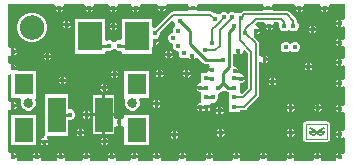
<source format=gtl>
G04*
G04 #@! TF.GenerationSoftware,Altium Limited,Altium Designer,22.3.1 (43)*
G04*
G04 Layer_Physical_Order=1*
G04 Layer_Color=255*
%FSLAX44Y44*%
%MOMM*%
G71*
G04*
G04 #@! TF.SameCoordinates,9A4E0D1D-998E-4EB0-AC3D-6FCEA9C2E133*
G04*
G04*
G04 #@! TF.FilePolarity,Positive*
G04*
G01*
G75*
%ADD10C,0.2500*%
%ADD11C,0.1500*%
%ADD12C,0.1000*%
%ADD13R,2.0000X2.4000*%
%ADD14R,1.5000X3.0000*%
%ADD15R,1.6500X2.0000*%
%ADD16R,1.6500X1.8000*%
%ADD17R,0.4000X0.4000*%
%ADD25C,0.2540*%
%ADD26C,0.0100*%
%ADD27C,0.7500*%
%ADD28C,2.0000*%
%ADD29C,0.4000*%
G36*
X285050Y120238D02*
X283050Y119410D01*
X282653Y119807D01*
X281940Y120102D01*
Y116840D01*
Y113578D01*
X282653Y113873D01*
X283050Y114270D01*
X285050Y113442D01*
Y103728D01*
X283050Y102900D01*
X282653Y103297D01*
X281940Y103592D01*
Y100330D01*
Y97068D01*
X282653Y97363D01*
X283050Y97760D01*
X285050Y96932D01*
Y87218D01*
X283050Y86390D01*
X282653Y86787D01*
X281940Y87082D01*
Y83820D01*
Y80558D01*
X282653Y80853D01*
X283050Y81250D01*
X285050Y80422D01*
Y69438D01*
X283050Y68610D01*
X282653Y69007D01*
X281940Y69302D01*
Y66040D01*
Y62778D01*
X282653Y63073D01*
X283050Y63470D01*
X285050Y62642D01*
Y47848D01*
X283050Y47020D01*
X282653Y47417D01*
X281940Y47712D01*
Y44450D01*
Y41188D01*
X282653Y41483D01*
X283050Y41880D01*
X285050Y41052D01*
Y26258D01*
X283050Y25430D01*
X282653Y25827D01*
X281940Y26122D01*
Y22860D01*
Y19598D01*
X282653Y19893D01*
X283050Y20290D01*
X285050Y19462D01*
Y7208D01*
X283050Y6380D01*
X282653Y6777D01*
X281940Y7072D01*
Y3810D01*
X280670D01*
Y2540D01*
X277408D01*
X277631Y2000D01*
X277320Y1129D01*
X276702Y0D01*
X265588D01*
X264970Y1129D01*
X264659Y2000D01*
X264882Y2540D01*
X258358D01*
X258581Y2000D01*
X258270Y1129D01*
X257652Y0D01*
X242728D01*
X242110Y1129D01*
X241799Y2000D01*
X242022Y2540D01*
X235498D01*
X235721Y2000D01*
X235410Y1129D01*
X234792Y0D01*
X219868D01*
X219250Y1129D01*
X218939Y2000D01*
X219162Y2540D01*
X212638D01*
X212861Y2000D01*
X212550Y1129D01*
X211932Y0D01*
X197008D01*
X196390Y1129D01*
X196079Y2000D01*
X196302Y2540D01*
X189778D01*
X190001Y2000D01*
X189690Y1129D01*
X189072Y0D01*
X174148D01*
X173530Y1129D01*
X173219Y2000D01*
X173442Y2540D01*
X166918D01*
X167141Y2000D01*
X166830Y1129D01*
X166212Y0D01*
X151288D01*
X150670Y1129D01*
X150359Y2000D01*
X150582Y2540D01*
X144058D01*
X144281Y2000D01*
X143970Y1129D01*
X143352Y0D01*
X129698D01*
X129080Y1129D01*
X128769Y2000D01*
X128992Y2540D01*
X122468D01*
X122691Y2000D01*
X122380Y1129D01*
X121762Y0D01*
X110648D01*
X110030Y1129D01*
X109719Y2000D01*
X109942Y2540D01*
X103418D01*
X103641Y2000D01*
X103330Y1129D01*
X102712Y0D01*
X91598D01*
X90980Y1129D01*
X90669Y2000D01*
X90892Y2540D01*
X84368D01*
X84591Y2000D01*
X84280Y1129D01*
X83662Y0D01*
X70008D01*
X69390Y1129D01*
X69079Y2000D01*
X69302Y2540D01*
X62778D01*
X63001Y2000D01*
X62690Y1129D01*
X62072Y0D01*
X48418D01*
X47800Y1129D01*
X47489Y2000D01*
X47712Y2540D01*
X41188D01*
X41411Y2000D01*
X41100Y1129D01*
X40482Y0D01*
X28098D01*
X27480Y1129D01*
X27169Y2000D01*
X27392Y2540D01*
X20868D01*
X21091Y2000D01*
X20780Y1129D01*
X20162Y0D01*
X7778D01*
X7160Y1129D01*
X6849Y2000D01*
X7072Y2540D01*
X3810D01*
Y3810D01*
X2540D01*
Y7072D01*
X2000Y6849D01*
X1129Y7160D01*
X0Y7778D01*
Y43022D01*
X1129Y43640D01*
X2000Y43951D01*
X2540Y43728D01*
Y46990D01*
Y50252D01*
X2000Y50029D01*
X1129Y50340D01*
X0Y50958D01*
Y72692D01*
X2000Y73867D01*
X2084Y73820D01*
X2190Y73646D01*
Y53510D01*
X9682D01*
X10941Y51510D01*
X10440Y50301D01*
Y47799D01*
X11398Y45487D01*
X13167Y43718D01*
X15479Y42760D01*
X17981D01*
X20293Y43718D01*
X22062Y45487D01*
X23020Y47799D01*
Y50301D01*
X22519Y51510D01*
X23770Y53510D01*
X23770D01*
Y76590D01*
X8873D01*
X7927Y77470D01*
X3810D01*
Y78740D01*
X2540D01*
Y82002D01*
X2000Y81779D01*
X1129Y82090D01*
X0Y82708D01*
Y88742D01*
X1129Y89360D01*
X2000Y89671D01*
X2540Y89448D01*
Y92710D01*
Y95972D01*
X2000Y95749D01*
X1129Y96060D01*
X0Y96678D01*
Y133050D01*
X38912D01*
X39363Y132521D01*
X40017Y131050D01*
X39918Y130810D01*
X46442D01*
X46343Y131050D01*
X46997Y132521D01*
X47448Y133050D01*
X64312D01*
X64763Y132521D01*
X65417Y131050D01*
X65318Y130810D01*
X71842D01*
X71743Y131050D01*
X72397Y132521D01*
X72848Y133050D01*
X84632D01*
X85083Y132521D01*
X85737Y131050D01*
X85638Y130810D01*
X92162D01*
X92063Y131050D01*
X92717Y132521D01*
X93168Y133050D01*
X103682D01*
X104133Y132521D01*
X104787Y131050D01*
X104688Y130810D01*
X111212D01*
X111113Y131050D01*
X111767Y132521D01*
X112218Y133050D01*
X125475D01*
X125495Y133036D01*
X126519Y131270D01*
X133481D01*
X134505Y133036D01*
X134525Y133050D01*
X151942D01*
X152393Y132521D01*
X153047Y131050D01*
X152948Y130810D01*
X159472D01*
X159373Y131050D01*
X160027Y132521D01*
X160478Y133050D01*
X215442D01*
X215893Y132521D01*
X216547Y131050D01*
X216448Y130810D01*
X222972D01*
X222873Y131050D01*
X223527Y132521D01*
X223978Y133050D01*
X242112D01*
X242563Y132521D01*
X243217Y131050D01*
X243118Y130810D01*
X249642D01*
X249543Y131050D01*
X250197Y132521D01*
X250648Y133050D01*
X263702D01*
X264153Y132521D01*
X264807Y131050D01*
X264708Y130810D01*
X271232D01*
X271133Y131050D01*
X271787Y132521D01*
X272238Y133050D01*
X285050D01*
Y120238D01*
D02*
G37*
%LPC*%
G36*
X133262Y128730D02*
X131270D01*
Y126738D01*
X131983Y127033D01*
X132967Y128017D01*
X133262Y128730D01*
D02*
G37*
G36*
X128730D02*
X126738D01*
X127033Y128017D01*
X128017Y127033D01*
X128730Y126738D01*
Y128730D01*
D02*
G37*
G36*
X271232Y128270D02*
X269240D01*
Y126278D01*
X269953Y126573D01*
X270937Y127557D01*
X271232Y128270D01*
D02*
G37*
G36*
X266700D02*
X264708D01*
X265003Y127557D01*
X265987Y126573D01*
X266700Y126278D01*
Y128270D01*
D02*
G37*
G36*
X249642D02*
X247650D01*
Y126278D01*
X248363Y126573D01*
X249347Y127557D01*
X249642Y128270D01*
D02*
G37*
G36*
X245110D02*
X243118D01*
X243413Y127557D01*
X244397Y126573D01*
X245110Y126278D01*
Y128270D01*
D02*
G37*
G36*
X111212D02*
X109220D01*
Y126278D01*
X109933Y126573D01*
X110917Y127557D01*
X111212Y128270D01*
D02*
G37*
G36*
X106680D02*
X104688D01*
X104983Y127557D01*
X105967Y126573D01*
X106680Y126278D01*
Y128270D01*
D02*
G37*
G36*
X92162D02*
X90170D01*
Y126278D01*
X90883Y126573D01*
X91867Y127557D01*
X92162Y128270D01*
D02*
G37*
G36*
X87630D02*
X85638D01*
X85933Y127557D01*
X86917Y126573D01*
X87630Y126278D01*
Y128270D01*
D02*
G37*
G36*
X71842D02*
X69850D01*
Y126278D01*
X70563Y126573D01*
X71547Y127557D01*
X71842Y128270D01*
D02*
G37*
G36*
X67310D02*
X65318D01*
X65613Y127557D01*
X66597Y126573D01*
X67310Y126278D01*
Y128270D01*
D02*
G37*
G36*
X46442D02*
X44450D01*
Y126278D01*
X45163Y126573D01*
X46147Y127557D01*
X46442Y128270D01*
D02*
G37*
G36*
X41910D02*
X39918D01*
X40213Y127557D01*
X41197Y126573D01*
X41910Y126278D01*
Y128270D01*
D02*
G37*
G36*
X223759D02*
X215662D01*
X214700Y127264D01*
X199698D01*
X198625Y127050D01*
X197715Y126443D01*
X197029Y125756D01*
X195751D01*
X194699Y125320D01*
X194699Y125320D01*
X194082Y125065D01*
X191917Y125489D01*
X191883Y125523D01*
X190215Y126214D01*
X188409D01*
X186740Y125523D01*
X186052Y124835D01*
X185343Y125544D01*
X183675Y126235D01*
X181869D01*
X180200Y125544D01*
X179304Y124648D01*
X178923Y124267D01*
X178128Y124276D01*
X176808Y124388D01*
X175383Y124979D01*
X173905D01*
X173060Y125824D01*
X172151Y126431D01*
X171078Y126645D01*
X160878D01*
X159862Y128270D01*
X152558D01*
X151542Y126645D01*
X139446D01*
X138373Y126431D01*
X137464Y125824D01*
X124531Y112891D01*
X123053D01*
X121540Y113902D01*
Y120040D01*
X96460D01*
Y103384D01*
X94883Y102330D01*
X93077D01*
X91408Y101639D01*
X90819Y101049D01*
X89535Y100580D01*
X88251Y101049D01*
X87662Y101639D01*
X85993Y102330D01*
X84187D01*
X83540Y102062D01*
X81540Y103274D01*
Y120040D01*
X56460D01*
Y90960D01*
X81540D01*
Y92306D01*
X83540Y93518D01*
X84187Y93250D01*
X85993D01*
X87662Y93941D01*
X88251Y94531D01*
X89535Y95000D01*
X90819Y94531D01*
X91408Y93941D01*
X93077Y93250D01*
X94883D01*
X96460Y92196D01*
Y90960D01*
X121540D01*
Y96808D01*
X122613Y97774D01*
Y101790D01*
X123883D01*
Y103060D01*
X127146D01*
X126851Y103773D01*
X127530Y105504D01*
X127805Y105779D01*
X128496Y107448D01*
Y108926D01*
X138536Y118965D01*
X140536Y118137D01*
Y117393D01*
X140909Y116491D01*
X140938Y114339D01*
X139661Y113062D01*
X138970Y111393D01*
Y109587D01*
X139136Y109187D01*
X138797Y108680D01*
X137128Y107989D01*
X135851Y106712D01*
X135160Y105043D01*
Y103237D01*
X135851Y101568D01*
X137128Y100291D01*
X137547Y100118D01*
X138970Y98693D01*
Y96887D01*
X139661Y95218D01*
X140938Y93941D01*
X142312Y93372D01*
X144050Y92343D01*
X144050Y90537D01*
X144741Y88868D01*
X146018Y87591D01*
X147687Y86900D01*
X149493D01*
X151162Y87591D01*
X153298Y86898D01*
X153860Y86336D01*
X154573Y86040D01*
Y89303D01*
X157113D01*
Y86040D01*
X157825Y86336D01*
X158353Y86863D01*
X160355Y87189D01*
X160901Y87142D01*
X165090Y82953D01*
X166165Y82235D01*
X167433Y81983D01*
X169641D01*
X170283Y79983D01*
X169753Y79453D01*
X169458Y78740D01*
X172720D01*
Y76200D01*
X168968D01*
X167967Y74660D01*
X162830D01*
Y65730D01*
X161864D01*
X160577Y65197D01*
X159593Y64213D01*
X159298Y63500D01*
X162560D01*
Y60960D01*
X159298D01*
X159593Y60247D01*
X160577Y59263D01*
X161864Y58730D01*
X161864Y58730D01*
X162830Y58660D01*
X162830Y56882D01*
Y49580D01*
X161692Y49181D01*
X161563Y49096D01*
X160577Y48687D01*
X159593Y47703D01*
X159298Y46990D01*
X162560D01*
Y45720D01*
X163830D01*
Y42458D01*
X164222Y42620D01*
X166100D01*
Y46120D01*
X167370D01*
Y47390D01*
X170870D01*
Y48063D01*
X172071Y49569D01*
X173877D01*
X175545Y50261D01*
X176822Y51538D01*
X177514Y53206D01*
Y55012D01*
X177233Y55690D01*
X178427Y57690D01*
X178703D01*
X180372Y58381D01*
X181103Y59112D01*
X182595Y59570D01*
X183734Y59465D01*
X184341Y59059D01*
X185609Y58806D01*
X186830D01*
Y49580D01*
Y41580D01*
X195910D01*
Y43316D01*
X199790D01*
X200863Y43530D01*
X201773Y44137D01*
X211533Y53897D01*
X212140Y54807D01*
X212354Y55880D01*
Y83615D01*
X213656Y84152D01*
X214354Y84226D01*
X215187Y83393D01*
X215900Y83098D01*
Y86360D01*
Y89622D01*
X215187Y89327D01*
X214354Y88494D01*
X213656Y88568D01*
X212354Y89105D01*
Y99587D01*
X212140Y100660D01*
X211533Y101570D01*
X207870Y105233D01*
X208280Y105965D01*
Y110490D01*
X209550D01*
Y111760D01*
X212812D01*
X212517Y112473D01*
X211533Y113457D01*
X210246Y113990D01*
X209979D01*
X209151Y115990D01*
X211007Y117846D01*
X216748D01*
X217213Y117271D01*
X217832Y115846D01*
X217718Y115570D01*
X224242D01*
X224128Y115846D01*
X224747Y117271D01*
X225212Y117846D01*
X228193D01*
X229406Y115846D01*
X229140Y115203D01*
Y113397D01*
X229831Y111728D01*
X231108Y110451D01*
X232777Y109760D01*
X234583D01*
X236252Y110451D01*
X237490Y111690D01*
X238728Y110451D01*
X240397Y109760D01*
X242203D01*
X243872Y110451D01*
X245149Y111728D01*
X245840Y113397D01*
Y115203D01*
X245149Y116872D01*
X244104Y117917D01*
Y118896D01*
X243890Y119969D01*
X243283Y120879D01*
X237719Y126443D01*
X236809Y127050D01*
X235736Y127264D01*
X224720D01*
X223759Y128270D01*
D02*
G37*
G36*
X279400Y120102D02*
X278687Y119807D01*
X277703Y118823D01*
X277408Y118110D01*
X279400D01*
Y120102D01*
D02*
G37*
G36*
X50800Y118832D02*
Y116840D01*
X52792D01*
X52497Y117553D01*
X51513Y118537D01*
X50800Y118832D01*
D02*
G37*
G36*
X48260D02*
X47547Y118537D01*
X46563Y117553D01*
X46268Y116840D01*
X48260D01*
Y118832D01*
D02*
G37*
G36*
X90170Y117562D02*
Y115570D01*
X92162D01*
X91867Y116283D01*
X90883Y117267D01*
X90170Y117562D01*
D02*
G37*
G36*
X87630D02*
X86917Y117267D01*
X85933Y116283D01*
X85638Y115570D01*
X87630D01*
Y117562D01*
D02*
G37*
G36*
X279400Y115570D02*
X277408D01*
X277703Y114857D01*
X278687Y113873D01*
X279400Y113578D01*
Y115570D01*
D02*
G37*
G36*
X259080Y115022D02*
Y113030D01*
X261072D01*
X260777Y113743D01*
X259793Y114727D01*
X259080Y115022D01*
D02*
G37*
G36*
X256540D02*
X255827Y114727D01*
X254843Y113743D01*
X254548Y113030D01*
X256540D01*
Y115022D01*
D02*
G37*
G36*
X52792Y114300D02*
X50800D01*
Y112308D01*
X51513Y112603D01*
X52497Y113587D01*
X52792Y114300D01*
D02*
G37*
G36*
X48260D02*
X46268D01*
X46563Y113587D01*
X47547Y112603D01*
X48260Y112308D01*
Y114300D01*
D02*
G37*
G36*
X224242Y113030D02*
X222250D01*
Y111038D01*
X222963Y111333D01*
X223947Y112317D01*
X224242Y113030D01*
D02*
G37*
G36*
X219710D02*
X217718D01*
X218013Y112317D01*
X218997Y111333D01*
X219710Y111038D01*
Y113030D01*
D02*
G37*
G36*
X92162D02*
X90170D01*
Y111038D01*
X90883Y111333D01*
X91867Y112317D01*
X92162Y113030D01*
D02*
G37*
G36*
X87630D02*
X85638D01*
X85933Y112317D01*
X86917Y111333D01*
X87630Y111038D01*
Y113030D01*
D02*
G37*
G36*
X261072Y110490D02*
X259080D01*
Y108498D01*
X259793Y108793D01*
X260777Y109777D01*
X261072Y110490D01*
D02*
G37*
G36*
X256540D02*
X254548D01*
X254843Y109777D01*
X255827Y108793D01*
X256540Y108498D01*
Y110490D01*
D02*
G37*
G36*
X212812Y109220D02*
X210820D01*
Y107228D01*
X211533Y107523D01*
X212517Y108507D01*
X212812Y109220D01*
D02*
G37*
G36*
X279400Y103592D02*
X278687Y103297D01*
X277703Y102313D01*
X277408Y101600D01*
X279400D01*
Y103592D01*
D02*
G37*
G36*
X21701Y125590D02*
X18399D01*
X15210Y124735D01*
X12350Y123084D01*
X10015Y120750D01*
X8365Y117890D01*
X7510Y114701D01*
Y111399D01*
X8365Y108210D01*
X10015Y105350D01*
X12350Y103015D01*
X15210Y101365D01*
X18399Y100510D01*
X21701D01*
X24890Y101365D01*
X27750Y103015D01*
X30085Y105350D01*
X31735Y108210D01*
X32590Y111399D01*
Y114701D01*
X31735Y117890D01*
X30085Y120750D01*
X27750Y123084D01*
X24890Y124735D01*
X21701Y125590D01*
D02*
G37*
G36*
X243473Y101060D02*
X241667D01*
X239998Y100369D01*
X238760Y99130D01*
X237522Y100369D01*
X235853Y101060D01*
X234047D01*
X232378Y100369D01*
X231101Y99092D01*
X230410Y97423D01*
Y95617D01*
X231101Y93948D01*
X232378Y92671D01*
X234047Y91980D01*
X235853D01*
X237522Y92671D01*
X238760Y93910D01*
X239998Y92671D01*
X241667Y91980D01*
X243473D01*
X245142Y92671D01*
X246419Y93948D01*
X247110Y95617D01*
Y97423D01*
X246419Y99092D01*
X245142Y100369D01*
X243473Y101060D01*
D02*
G37*
G36*
X127146Y100520D02*
X125153D01*
Y98528D01*
X125866Y98823D01*
X126851Y99808D01*
X127146Y100520D01*
D02*
G37*
G36*
X279400Y99060D02*
X277408D01*
X277703Y98347D01*
X278687Y97363D01*
X279400Y97068D01*
Y99060D01*
D02*
G37*
G36*
X5080Y95972D02*
Y93980D01*
X7072D01*
X6777Y94693D01*
X5793Y95677D01*
X5080Y95972D01*
D02*
G37*
G36*
X137160Y93432D02*
Y91440D01*
X139152D01*
X138857Y92153D01*
X137873Y93137D01*
X137160Y93432D01*
D02*
G37*
G36*
X134620D02*
X133907Y93137D01*
X132923Y92153D01*
X132628Y91440D01*
X134620D01*
Y93432D01*
D02*
G37*
G36*
X34290Y92162D02*
Y90170D01*
X36282D01*
X35987Y90883D01*
X35003Y91867D01*
X34290Y92162D01*
D02*
G37*
G36*
X31750D02*
X31037Y91867D01*
X30053Y90883D01*
X29758Y90170D01*
X31750D01*
Y92162D01*
D02*
G37*
G36*
X7072Y91440D02*
X5080D01*
Y89448D01*
X5793Y89743D01*
X6777Y90727D01*
X7072Y91440D01*
D02*
G37*
G36*
X218440Y89622D02*
Y87630D01*
X220432D01*
X220137Y88343D01*
X219153Y89327D01*
X218440Y89622D01*
D02*
G37*
G36*
X139152Y88900D02*
X137160D01*
Y86908D01*
X137873Y87203D01*
X138857Y88187D01*
X139152Y88900D01*
D02*
G37*
G36*
X134620D02*
X132628D01*
X132923Y88187D01*
X133907Y87203D01*
X134620Y86908D01*
Y88900D01*
D02*
G37*
G36*
X36282Y87630D02*
X34290D01*
Y85638D01*
X35003Y85933D01*
X35987Y86917D01*
X36282Y87630D01*
D02*
G37*
G36*
X31750D02*
X29758D01*
X30053Y86917D01*
X31037Y85933D01*
X31750Y85638D01*
Y87630D01*
D02*
G37*
G36*
X279400Y87082D02*
X278687Y86787D01*
X277703Y85803D01*
X277408Y85090D01*
X279400D01*
Y87082D01*
D02*
G37*
G36*
X220432Y85090D02*
X218440D01*
Y83098D01*
X219153Y83393D01*
X220137Y84377D01*
X220432Y85090D01*
D02*
G37*
G36*
X255270Y83272D02*
Y81280D01*
X257262D01*
X256967Y81993D01*
X255983Y82977D01*
X255270Y83272D01*
D02*
G37*
G36*
X252730D02*
X252017Y82977D01*
X251033Y81993D01*
X250738Y81280D01*
X252730D01*
Y83272D01*
D02*
G37*
G36*
X279400Y82550D02*
X277408D01*
X277703Y81837D01*
X278687Y80853D01*
X279400Y80558D01*
Y82550D01*
D02*
G37*
G36*
X5080Y82002D02*
Y80010D01*
X7072D01*
X6777Y80723D01*
X5793Y81707D01*
X5080Y82002D01*
D02*
G37*
G36*
X257262Y78740D02*
X255270D01*
Y76748D01*
X255983Y77043D01*
X256967Y78027D01*
X257262Y78740D01*
D02*
G37*
G36*
X252730D02*
X250738D01*
X251033Y78027D01*
X252017Y77043D01*
X252730Y76748D01*
Y78740D01*
D02*
G37*
G36*
X129313Y77507D02*
Y75514D01*
X131305D01*
X131010Y76227D01*
X130025Y77211D01*
X129313Y77507D01*
D02*
G37*
G36*
X126773D02*
X126060Y77211D01*
X125076Y76227D01*
X124781Y75514D01*
X126773D01*
Y77507D01*
D02*
G37*
G36*
X152383Y77121D02*
Y75128D01*
X154375D01*
X154080Y75841D01*
X153096Y76825D01*
X152383Y77121D01*
D02*
G37*
G36*
X149843D02*
X149130Y76825D01*
X148146Y75841D01*
X147851Y75128D01*
X149843D01*
Y77121D01*
D02*
G37*
G36*
X91440Y76922D02*
Y74930D01*
X93432D01*
X93137Y75643D01*
X92153Y76627D01*
X91440Y76922D01*
D02*
G37*
G36*
X88900D02*
X88187Y76627D01*
X87203Y75643D01*
X86908Y74930D01*
X88900D01*
Y76922D01*
D02*
G37*
G36*
X131305Y72974D02*
X129313D01*
Y70982D01*
X130025Y71277D01*
X131010Y72262D01*
X131305Y72974D01*
D02*
G37*
G36*
X126773D02*
X124781D01*
X125076Y72262D01*
X126060Y71277D01*
X126773Y70982D01*
Y72974D01*
D02*
G37*
G36*
X154375Y72588D02*
X152383D01*
Y70596D01*
X153096Y70891D01*
X154080Y71876D01*
X154375Y72588D01*
D02*
G37*
G36*
X149843D02*
X147851D01*
X148146Y71876D01*
X149130Y70891D01*
X149843Y70596D01*
Y72588D01*
D02*
G37*
G36*
X93432Y72390D02*
X91440D01*
Y70398D01*
X92153Y70693D01*
X93137Y71677D01*
X93432Y72390D01*
D02*
G37*
G36*
X88900D02*
X86908D01*
X87203Y71677D01*
X88187Y70693D01*
X88900Y70398D01*
Y72390D01*
D02*
G37*
G36*
X46990Y71842D02*
Y69850D01*
X48982D01*
X48687Y70563D01*
X47703Y71547D01*
X46990Y71842D01*
D02*
G37*
G36*
X44450D02*
X43737Y71547D01*
X42753Y70563D01*
X42458Y69850D01*
X44450D01*
Y71842D01*
D02*
G37*
G36*
X224790Y70572D02*
Y68580D01*
X226782D01*
X226487Y69293D01*
X225503Y70277D01*
X224790Y70572D01*
D02*
G37*
G36*
X222250D02*
X221537Y70277D01*
X220553Y69293D01*
X220258Y68580D01*
X222250D01*
Y70572D01*
D02*
G37*
G36*
X279400Y69302D02*
X278687Y69007D01*
X277703Y68023D01*
X277408Y67310D01*
X279400D01*
Y69302D01*
D02*
G37*
G36*
X48982Y67310D02*
X46990D01*
Y65318D01*
X47703Y65613D01*
X48687Y66597D01*
X48982Y67310D01*
D02*
G37*
G36*
X44450D02*
X42458D01*
X42753Y66597D01*
X43737Y65613D01*
X44450Y65318D01*
Y67310D01*
D02*
G37*
G36*
X226782Y66040D02*
X224790D01*
Y64048D01*
X225503Y64343D01*
X226487Y65327D01*
X226782Y66040D01*
D02*
G37*
G36*
X222250D02*
X220258D01*
X220553Y65327D01*
X221537Y64343D01*
X222250Y64048D01*
Y66040D01*
D02*
G37*
G36*
X82224Y65190D02*
Y63197D01*
X84216D01*
X83921Y63910D01*
X82936Y64895D01*
X82224Y65190D01*
D02*
G37*
G36*
X79684D02*
X78971Y64895D01*
X77987Y63910D01*
X77691Y63197D01*
X79684D01*
Y65190D01*
D02*
G37*
G36*
X279400Y64770D02*
X277408D01*
X277703Y64057D01*
X278687Y63073D01*
X279400Y62778D01*
Y64770D01*
D02*
G37*
G36*
X84216Y60658D02*
X82224D01*
Y58665D01*
X82936Y58960D01*
X83921Y59945D01*
X84216Y60658D01*
D02*
G37*
G36*
X79684D02*
X77691D01*
X77987Y59945D01*
X78971Y58960D01*
X79684Y58665D01*
Y60658D01*
D02*
G37*
G36*
X119270Y76590D02*
X97690D01*
Y53510D01*
X97690D01*
X98941Y51510D01*
X98440Y50301D01*
Y47799D01*
X99398Y45487D01*
X101167Y43718D01*
X103479Y42760D01*
X105981D01*
X108293Y43718D01*
X110062Y45487D01*
X111020Y47799D01*
Y50301D01*
X110519Y51510D01*
X111778Y53510D01*
X119270D01*
Y76590D01*
D02*
G37*
G36*
X126673Y51812D02*
Y49820D01*
X128666D01*
X128370Y50532D01*
X127386Y51517D01*
X126673Y51812D01*
D02*
G37*
G36*
X124133D02*
X123421Y51517D01*
X122436Y50532D01*
X122141Y49820D01*
X124133D01*
Y51812D01*
D02*
G37*
G36*
X5080Y50252D02*
Y48260D01*
X7072D01*
X6777Y48973D01*
X5793Y49957D01*
X5080Y50252D01*
D02*
G37*
G36*
X263270Y48262D02*
Y46270D01*
X265262D01*
X264967Y46983D01*
X263983Y47967D01*
X263270Y48262D01*
D02*
G37*
G36*
X260730D02*
X260017Y47967D01*
X259033Y46983D01*
X258738Y46270D01*
X260730D01*
Y48262D01*
D02*
G37*
G36*
X240270D02*
Y46270D01*
X242262D01*
X241967Y46983D01*
X240983Y47967D01*
X240270Y48262D01*
D02*
G37*
G36*
X237730D02*
X237017Y47967D01*
X236033Y46983D01*
X235738Y46270D01*
X237730D01*
Y48262D01*
D02*
G37*
G36*
X279400Y47712D02*
X278687Y47417D01*
X277703Y46433D01*
X277408Y45720D01*
X279400D01*
Y47712D01*
D02*
G37*
G36*
X128666Y47280D02*
X126673D01*
Y45288D01*
X127386Y45583D01*
X128370Y46567D01*
X128666Y47280D01*
D02*
G37*
G36*
X124133D02*
X122141D01*
X122436Y46567D01*
X123421Y45583D01*
X124133Y45288D01*
Y47280D01*
D02*
G37*
G36*
X180173Y46107D02*
Y44115D01*
X182166D01*
X181870Y44827D01*
X180886Y45812D01*
X180173Y46107D01*
D02*
G37*
G36*
X177633D02*
X176921Y45812D01*
X175936Y44827D01*
X175641Y44115D01*
X177633D01*
Y46107D01*
D02*
G37*
G36*
X7072Y45720D02*
X5080D01*
Y43728D01*
X5793Y44023D01*
X6777Y45007D01*
X7072Y45720D01*
D02*
G37*
G36*
X170870Y44850D02*
X168640D01*
Y42620D01*
X170870D01*
Y44850D01*
D02*
G37*
G36*
X161290Y44450D02*
X159298D01*
X159593Y43737D01*
X160577Y42753D01*
X161290Y42458D01*
Y44450D01*
D02*
G37*
G36*
X265262Y43730D02*
X263270D01*
Y41738D01*
X263983Y42033D01*
X264967Y43017D01*
X265262Y43730D01*
D02*
G37*
G36*
X260730D02*
X258738D01*
X259033Y43017D01*
X260017Y42033D01*
X260730Y41738D01*
Y43730D01*
D02*
G37*
G36*
X242262D02*
X240270D01*
Y41738D01*
X240983Y42033D01*
X241967Y43017D01*
X242262Y43730D01*
D02*
G37*
G36*
X237730D02*
X235738D01*
X236033Y43017D01*
X237017Y42033D01*
X237730Y41738D01*
Y43730D01*
D02*
G37*
G36*
X279400Y43180D02*
X277408D01*
X277703Y42467D01*
X278687Y41483D01*
X279400Y41188D01*
Y43180D01*
D02*
G37*
G36*
X67434Y42450D02*
Y40457D01*
X69426D01*
X69131Y41170D01*
X68147Y42154D01*
X67434Y42450D01*
D02*
G37*
G36*
X64894D02*
X64182Y42154D01*
X63197Y41170D01*
X62902Y40457D01*
X64894D01*
Y42450D01*
D02*
G37*
G36*
X89730Y55550D02*
X82000D01*
Y40320D01*
X89730D01*
Y55550D01*
D02*
G37*
G36*
X79460D02*
X71730D01*
Y40320D01*
X79460D01*
Y55550D01*
D02*
G37*
G36*
X182166Y41575D02*
X180173D01*
Y39583D01*
X180886Y39878D01*
X181870Y40862D01*
X182166Y41575D01*
D02*
G37*
G36*
X177633D02*
X175641D01*
X175936Y40862D01*
X176921Y39878D01*
X177633Y39583D01*
Y41575D01*
D02*
G37*
G36*
X119270Y38590D02*
X97690D01*
Y36818D01*
X95745Y35935D01*
X95032Y36230D01*
Y32968D01*
Y29705D01*
X95745Y30000D01*
X97690Y29117D01*
Y13510D01*
X119270D01*
Y38590D01*
D02*
G37*
G36*
X69426Y37917D02*
X67434D01*
Y35925D01*
X68147Y36220D01*
X69131Y37205D01*
X69426Y37917D01*
D02*
G37*
G36*
X64894D02*
X62902D01*
X63197Y37205D01*
X64182Y36220D01*
X64894Y35925D01*
Y37917D01*
D02*
G37*
G36*
X89730Y37780D02*
X82000D01*
Y22550D01*
X89730D01*
Y29222D01*
X91730Y30050D01*
X91780Y30000D01*
X92492Y29705D01*
Y32968D01*
Y36230D01*
X91780Y35935D01*
X91730Y35885D01*
X89730Y36713D01*
Y37780D01*
D02*
G37*
G36*
X62230Y27392D02*
Y25400D01*
X64222D01*
X63927Y26113D01*
X62943Y27097D01*
X62230Y27392D01*
D02*
G37*
G36*
X59690D02*
X58977Y27097D01*
X57993Y26113D01*
X57698Y25400D01*
X59690D01*
Y27392D01*
D02*
G37*
G36*
X240270Y27262D02*
Y25270D01*
X242262D01*
X241967Y25983D01*
X240983Y26967D01*
X240270Y27262D01*
D02*
G37*
G36*
X237730D02*
X237017Y26967D01*
X236033Y25983D01*
X235738Y25270D01*
X237730D01*
Y27262D01*
D02*
G37*
G36*
X181060Y27180D02*
Y25188D01*
X183052D01*
X182757Y25900D01*
X181773Y26885D01*
X181060Y27180D01*
D02*
G37*
G36*
X178520D02*
X177807Y26885D01*
X176823Y25900D01*
X176528Y25188D01*
X178520D01*
Y27180D01*
D02*
G37*
G36*
X279400Y26122D02*
X278687Y25827D01*
X277703Y24843D01*
X277408Y24130D01*
X279400D01*
Y26122D01*
D02*
G37*
G36*
X141795Y25525D02*
Y23533D01*
X143787D01*
X143492Y24246D01*
X142508Y25230D01*
X141795Y25525D01*
D02*
G37*
G36*
X139255D02*
X138542Y25230D01*
X137558Y24246D01*
X137263Y23533D01*
X139255D01*
Y25525D01*
D02*
G37*
G36*
X79460Y37780D02*
X71730D01*
Y22550D01*
X79460D01*
Y37780D01*
D02*
G37*
G36*
X64222Y22860D02*
X62230D01*
Y20868D01*
X62943Y21163D01*
X63927Y22147D01*
X64222Y22860D01*
D02*
G37*
G36*
X59690D02*
X57698D01*
X57993Y22147D01*
X58977Y21163D01*
X59690Y20868D01*
Y22860D01*
D02*
G37*
G36*
X242262Y22730D02*
X240270D01*
Y20738D01*
X240983Y21033D01*
X241967Y22017D01*
X242262Y22730D01*
D02*
G37*
G36*
X237730D02*
X235738D01*
X236033Y22017D01*
X237017Y21033D01*
X237730Y20738D01*
Y22730D01*
D02*
G37*
G36*
X183052Y22648D02*
X181060D01*
Y20655D01*
X181773Y20951D01*
X182757Y21935D01*
X183052Y22648D01*
D02*
G37*
G36*
X178520D02*
X176528D01*
X176823Y21935D01*
X177807Y20951D01*
X178520Y20655D01*
Y22648D01*
D02*
G37*
G36*
X279400Y21590D02*
X277408D01*
X277703Y20877D01*
X278687Y19893D01*
X279400Y19598D01*
Y21590D01*
D02*
G37*
G36*
X143787Y20993D02*
X141795D01*
Y19001D01*
X142508Y19296D01*
X143492Y20280D01*
X143787Y20993D01*
D02*
G37*
G36*
X139255D02*
X137263D01*
X137558Y20280D01*
X138542Y19296D01*
X139255Y19001D01*
Y20993D01*
D02*
G37*
G36*
X82822Y20222D02*
Y18230D01*
X84815D01*
X84519Y18943D01*
X83535Y19927D01*
X82822Y20222D01*
D02*
G37*
G36*
X80282D02*
X79570Y19927D01*
X78585Y18943D01*
X78290Y18230D01*
X80282D01*
Y20222D01*
D02*
G37*
G36*
X50770Y56590D02*
X30690D01*
Y22010D01*
X30690Y21717D01*
X30179Y20755D01*
X29633Y19948D01*
X28497Y19477D01*
X27513Y18493D01*
X27218Y17780D01*
X33742D01*
X33447Y18493D01*
X32463Y19477D01*
X32383Y19510D01*
X32781Y21510D01*
X50770D01*
Y34565D01*
X51167Y34830D01*
X52973D01*
X54642Y35521D01*
X55919Y36798D01*
X56610Y38467D01*
Y40273D01*
X55919Y41942D01*
X54642Y43219D01*
X52973Y43910D01*
X51167D01*
X50770Y44175D01*
Y56590D01*
D02*
G37*
G36*
X270000Y33549D02*
X252000D01*
X251025Y33355D01*
X250198Y32802D01*
X249645Y31975D01*
X249451Y31000D01*
Y19000D01*
X249645Y18025D01*
X250198Y17198D01*
X251025Y16645D01*
X252000Y16451D01*
X270000D01*
X270975Y16645D01*
X271802Y17198D01*
X272355Y18025D01*
X272549Y19000D01*
Y31000D01*
X272355Y31975D01*
X271802Y32802D01*
X270975Y33355D01*
X270000Y33549D01*
D02*
G37*
G36*
X84815Y15690D02*
X82822D01*
Y13698D01*
X83535Y13993D01*
X84519Y14978D01*
X84815Y15690D01*
D02*
G37*
G36*
X80282D02*
X78290D01*
X78585Y14978D01*
X79570Y13993D01*
X80282Y13698D01*
Y15690D01*
D02*
G37*
G36*
X23770Y38590D02*
X2190D01*
Y13510D01*
X23770D01*
Y38590D01*
D02*
G37*
G36*
X33742Y15240D02*
X31750D01*
Y13248D01*
X32463Y13543D01*
X33447Y14527D01*
X33742Y15240D01*
D02*
G37*
G36*
X29210D02*
X27218D01*
X27513Y14527D01*
X28497Y13543D01*
X29210Y13248D01*
Y15240D01*
D02*
G37*
G36*
X279400Y7072D02*
X278687Y6777D01*
X277703Y5793D01*
X277408Y5080D01*
X279400D01*
Y7072D01*
D02*
G37*
G36*
X262890D02*
Y5080D01*
X264882D01*
X264587Y5793D01*
X263603Y6777D01*
X262890Y7072D01*
D02*
G37*
G36*
X260350D02*
X259637Y6777D01*
X258653Y5793D01*
X258358Y5080D01*
X260350D01*
Y7072D01*
D02*
G37*
G36*
X240030D02*
Y5080D01*
X242022D01*
X241727Y5793D01*
X240743Y6777D01*
X240030Y7072D01*
D02*
G37*
G36*
X237490D02*
X236777Y6777D01*
X235793Y5793D01*
X235498Y5080D01*
X237490D01*
Y7072D01*
D02*
G37*
G36*
X217170D02*
Y5080D01*
X219162D01*
X218867Y5793D01*
X217883Y6777D01*
X217170Y7072D01*
D02*
G37*
G36*
X214630D02*
X213917Y6777D01*
X212933Y5793D01*
X212638Y5080D01*
X214630D01*
Y7072D01*
D02*
G37*
G36*
X194310D02*
Y5080D01*
X196302D01*
X196007Y5793D01*
X195023Y6777D01*
X194310Y7072D01*
D02*
G37*
G36*
X191770D02*
X191057Y6777D01*
X190073Y5793D01*
X189778Y5080D01*
X191770D01*
Y7072D01*
D02*
G37*
G36*
X171450D02*
Y5080D01*
X173442D01*
X173147Y5793D01*
X172163Y6777D01*
X171450Y7072D01*
D02*
G37*
G36*
X168910D02*
X168197Y6777D01*
X167213Y5793D01*
X166918Y5080D01*
X168910D01*
Y7072D01*
D02*
G37*
G36*
X148590D02*
Y5080D01*
X150582D01*
X150287Y5793D01*
X149303Y6777D01*
X148590Y7072D01*
D02*
G37*
G36*
X146050D02*
X145337Y6777D01*
X144353Y5793D01*
X144058Y5080D01*
X146050D01*
Y7072D01*
D02*
G37*
G36*
X127000D02*
Y5080D01*
X128992D01*
X128697Y5793D01*
X127713Y6777D01*
X127000Y7072D01*
D02*
G37*
G36*
X124460D02*
X123747Y6777D01*
X122763Y5793D01*
X122468Y5080D01*
X124460D01*
Y7072D01*
D02*
G37*
G36*
X107950D02*
Y5080D01*
X109942D01*
X109647Y5793D01*
X108663Y6777D01*
X107950Y7072D01*
D02*
G37*
G36*
X105410D02*
X104697Y6777D01*
X103713Y5793D01*
X103418Y5080D01*
X105410D01*
Y7072D01*
D02*
G37*
G36*
X88900D02*
Y5080D01*
X90892D01*
X90597Y5793D01*
X89613Y6777D01*
X88900Y7072D01*
D02*
G37*
G36*
X86360D02*
X85647Y6777D01*
X84663Y5793D01*
X84368Y5080D01*
X86360D01*
Y7072D01*
D02*
G37*
G36*
X67310D02*
Y5080D01*
X69302D01*
X69007Y5793D01*
X68023Y6777D01*
X67310Y7072D01*
D02*
G37*
G36*
X64770D02*
X64057Y6777D01*
X63073Y5793D01*
X62778Y5080D01*
X64770D01*
Y7072D01*
D02*
G37*
G36*
X45720D02*
Y5080D01*
X47712D01*
X47417Y5793D01*
X46433Y6777D01*
X45720Y7072D01*
D02*
G37*
G36*
X43180D02*
X42467Y6777D01*
X41483Y5793D01*
X41188Y5080D01*
X43180D01*
Y7072D01*
D02*
G37*
G36*
X25400D02*
Y5080D01*
X27392D01*
X27097Y5793D01*
X26113Y6777D01*
X25400Y7072D01*
D02*
G37*
G36*
X22860D02*
X22147Y6777D01*
X21163Y5793D01*
X20868Y5080D01*
X22860D01*
Y7072D01*
D02*
G37*
G36*
X5080D02*
Y5080D01*
X7072D01*
X6777Y5793D01*
X5793Y6777D01*
X5080Y7072D01*
D02*
G37*
%LPD*%
G36*
X202936Y91549D02*
Y62121D01*
X197910Y57095D01*
X195910Y57338D01*
Y66187D01*
X196154Y66350D01*
X197546D01*
X198833Y66883D01*
X199817Y67867D01*
X200112Y68580D01*
X196850D01*
Y71120D01*
X200112D01*
X199817Y71833D01*
X198833Y72817D01*
X197546Y73350D01*
X197001D01*
X196580Y73434D01*
X196567D01*
X195575Y74930D01*
X191770D01*
Y77470D01*
X195032D01*
X194737Y78183D01*
X193753Y79167D01*
X192466Y79700D01*
X191949D01*
X190978Y79855D01*
X190004Y81421D01*
Y90398D01*
X190716Y90762D01*
X192004Y91011D01*
X192716Y90299D01*
X193428Y90003D01*
Y93266D01*
X195968D01*
Y90003D01*
X196681Y90299D01*
X197666Y91283D01*
X198198Y92570D01*
Y93458D01*
X199682Y94345D01*
X200046Y94439D01*
X202936Y91549D01*
D02*
G37*
D10*
X181440Y85963D02*
X181497Y85906D01*
X167433Y85296D02*
X180887D01*
X181497Y85906D01*
X153670Y99060D02*
X167433Y85296D01*
X162560Y45720D02*
X162960Y46120D01*
X167370D01*
X196580Y70120D02*
X196850Y69850D01*
X191370Y70120D02*
X196580D01*
X162560Y62230D02*
X162670Y62120D01*
X167370D01*
X181650Y66080D02*
X185609Y62120D01*
X191370D01*
X177800Y62230D02*
X181650Y66080D01*
Y74970D01*
X172450Y70120D02*
X172720Y69850D01*
X167370Y70120D02*
X172450D01*
X186690Y80010D02*
Y109600D01*
X181650Y74970D02*
X186690Y80010D01*
X153670Y99060D02*
Y109973D01*
X76710Y97790D02*
X85090D01*
X69000Y105500D02*
X76710Y97790D01*
X145076Y118296D02*
X145347D01*
X153670Y109973D01*
X190946Y113989D02*
Y114330D01*
Y113989D02*
X191013Y113922D01*
X186690Y109600D02*
X191013Y113922D01*
X172963Y54120D02*
X172973Y54109D01*
X167370Y54120D02*
X172963D01*
D11*
X264000Y22000D02*
G03*
X267000Y25000I0J3000D01*
G01*
X261000D02*
G03*
X264000Y22000I3000J-0D01*
G01*
X258000D02*
G03*
X261000Y25000I0J3000D01*
G01*
X255000D02*
G03*
X258000Y22000I3000J0D01*
G01*
X255000Y25000D02*
X267000D01*
X255000Y28000D02*
X261000Y25000D01*
X267000Y28000D01*
X171078Y123841D02*
X174480Y120439D01*
X123956Y108351D02*
X139446Y123841D01*
X171078D01*
X179070Y110761D02*
X189185Y120876D01*
X179070Y97790D02*
Y110761D01*
X188849Y121212D02*
X189185Y120876D01*
X188849Y121211D02*
X189312Y121674D01*
X197561Y121591D02*
Y122323D01*
X199698Y124460D02*
X235736D01*
X196920Y120950D02*
X197561Y121591D01*
X195696Y119725D02*
X196920Y120950D01*
X197561Y122323D02*
X199698Y124460D01*
X196654Y121216D02*
X196920Y120950D01*
X195696Y102754D02*
Y119725D01*
Y102754D02*
X205740Y92710D01*
X200620Y108517D02*
X209550Y99587D01*
X200620Y108517D02*
Y111425D01*
X209846Y120650D01*
X209550Y55880D02*
Y99587D01*
X209846Y120650D02*
X231140D01*
X175706Y114630D02*
X175759D01*
X178740Y117611D02*
Y117664D01*
X175759Y114630D02*
X178740Y117611D01*
Y117664D02*
X182772Y121695D01*
X172720Y100330D02*
Y111644D01*
X175706Y114630D01*
X191370Y46120D02*
X199790D01*
X209550Y55880D01*
X205740Y60960D02*
Y92710D01*
X235736Y124460D02*
X241300Y118896D01*
X198900Y54120D02*
X205740Y60960D01*
X191370Y54120D02*
X198900D01*
X233680Y114300D02*
Y118110D01*
X231140Y120650D02*
X233680Y118110D01*
X175260Y93980D02*
X179070Y97790D01*
X166370Y93980D02*
X175260D01*
X241300Y114300D02*
Y118896D01*
D12*
X252000Y31000D02*
X270000D01*
X252000Y19000D02*
X270000D01*
Y31000D01*
X252000Y19000D02*
Y31000D01*
D13*
X109000Y105500D02*
D03*
X69000D02*
D03*
D14*
X40730Y39050D02*
D03*
X80730D02*
D03*
D15*
X12980Y26050D02*
D03*
X108480D02*
D03*
D16*
Y65050D02*
D03*
X12980D02*
D03*
D17*
X191370Y70120D02*
D03*
Y62120D02*
D03*
Y54120D02*
D03*
Y46120D02*
D03*
X167370D02*
D03*
Y54120D02*
D03*
Y62120D02*
D03*
Y70120D02*
D03*
D25*
X93980Y97790D02*
X101290D01*
X109000Y105500D01*
X51750Y39050D02*
X52070Y39370D01*
X40730Y39050D02*
X51750D01*
D26*
X20480Y49050D02*
G03*
X20480Y49050I-3750J0D01*
G01*
X108480D02*
G03*
X108480Y49050I-3750J0D01*
G01*
X30050Y113050D02*
G03*
X30050Y113050I-10000J0D01*
G01*
D27*
X16730Y49050D02*
D03*
X104730D02*
D03*
D28*
X20050Y113050D02*
D03*
D29*
X181440Y85963D02*
D03*
X177800Y62230D02*
D03*
X239000Y45000D02*
D03*
X262000D02*
D03*
X254000Y80010D02*
D03*
X257810Y111760D02*
D03*
X223520Y67310D02*
D03*
X239000Y24000D02*
D03*
X179790Y23918D02*
D03*
X140525Y22263D02*
D03*
X125403Y48550D02*
D03*
X151113Y73858D02*
D03*
X128043Y74244D02*
D03*
X155843Y89303D02*
D03*
X135890Y90170D02*
D03*
X90170Y73660D02*
D03*
X30480Y16510D02*
D03*
X60960Y24130D02*
D03*
X45720Y68580D02*
D03*
X33020Y88900D02*
D03*
X49530Y115570D02*
D03*
X88900Y114300D02*
D03*
X123883Y101790D02*
D03*
X66164Y39187D02*
D03*
X93762Y32968D02*
D03*
X80954Y61927D02*
D03*
X81552Y16960D02*
D03*
X172720Y77470D02*
D03*
X178903Y42845D02*
D03*
X162560Y45720D02*
D03*
Y62230D02*
D03*
X196850Y69850D02*
D03*
X191770Y76200D02*
D03*
X217170Y86360D02*
D03*
X194698Y93266D02*
D03*
X209550Y110490D02*
D03*
X220980Y114300D02*
D03*
X219710Y129540D02*
D03*
X246380D02*
D03*
X267970D02*
D03*
X280670Y83820D02*
D03*
Y100330D02*
D03*
Y116840D02*
D03*
Y66040D02*
D03*
Y44450D02*
D03*
Y22860D02*
D03*
X238760Y3810D02*
D03*
X261620D02*
D03*
X280670D02*
D03*
X215900D02*
D03*
X193040D02*
D03*
X170180D02*
D03*
X147320D02*
D03*
X125730D02*
D03*
X106680D02*
D03*
X87630D02*
D03*
X66040D02*
D03*
X44450D02*
D03*
X24130D02*
D03*
X3810D02*
D03*
Y46990D02*
D03*
Y78740D02*
D03*
Y92710D02*
D03*
X43180Y129540D02*
D03*
X68580D02*
D03*
X88900D02*
D03*
X107950D02*
D03*
X130000Y130000D02*
D03*
X156210Y129540D02*
D03*
X85090Y97790D02*
D03*
X145076Y118296D02*
D03*
X190946Y114330D02*
D03*
X189312Y121674D02*
D03*
X196654Y121216D02*
D03*
X200620Y108517D02*
D03*
X172720Y69850D02*
D03*
X172973Y54109D02*
D03*
X174480Y120439D02*
D03*
X182772Y121695D02*
D03*
X123956Y108351D02*
D03*
X148590Y91440D02*
D03*
X143510Y97790D02*
D03*
X139700Y104140D02*
D03*
X143510Y110490D02*
D03*
X172720Y100330D02*
D03*
X166370Y93980D02*
D03*
X242570Y96520D02*
D03*
X234950D02*
D03*
X241300Y114300D02*
D03*
X233680D02*
D03*
X93980Y97790D02*
D03*
X52070Y39370D02*
D03*
M02*

</source>
